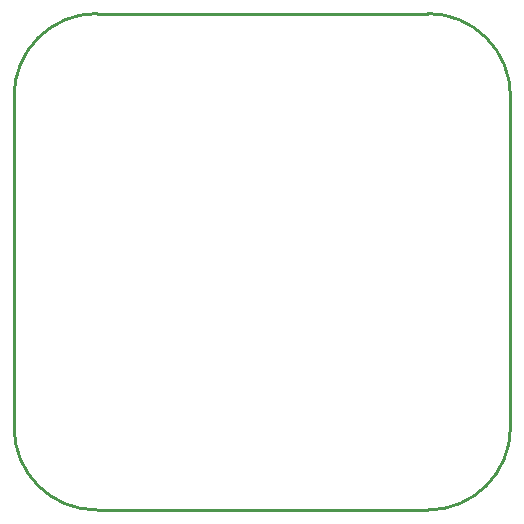
<source format=gko>
G04 Layer: BoardOutlineLayer*
G04 EasyEDA v6.5.47, 2024-10-10 17:33:07*
G04 1afe02ac590648b8963bdaa5cf7a1cf7,02b1cd47abf14eeea88f237cf3128960,10*
G04 Gerber Generator version 0.2*
G04 Scale: 100 percent, Rotated: No, Reflected: No *
G04 Dimensions in millimeters *
G04 leading zeros omitted , absolute positions ,4 integer and 5 decimal *
%FSLAX45Y45*%
%MOMM*%

%ADD10C,0.2540*%
D10*
X508000Y13196773D02*
G01*
X508000Y16000468D01*
X4011691Y12496774D02*
G01*
X1207998Y12496774D01*
X4711689Y16000468D02*
G01*
X4711689Y13196773D01*
X1207998Y16700466D02*
G01*
X4011691Y16700466D01*
G75*
G01*
X4011692Y16700467D02*
G02*
X4711691Y16000468I0J-699999D01*
G75*
G01*
X4711691Y13196773D02*
G02*
X4011692Y12496775I-699999J1D01*
G75*
G01*
X1207999Y12496775D02*
G02*
X507999Y13196773I-1J699999D01*
G75*
G01*
X507999Y16000468D02*
G02*
X1207999Y16700467I699999J0D01*

%LPD*%
M02*

</source>
